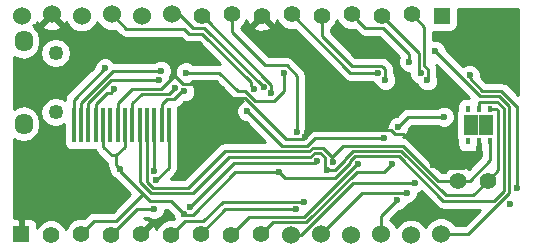
<source format=gbr>
G04 #@! TF.FileFunction,Copper,L2,Bot,Signal*
%FSLAX46Y46*%
G04 Gerber Fmt 4.6, Leading zero omitted, Abs format (unit mm)*
G04 Created by KiCad (PCBNEW 4.0.4+dfsg1-stable) date Sat Jan 21 21:23:35 2017*
%MOMM*%
%LPD*%
G01*
G04 APERTURE LIST*
%ADD10C,0.100000*%
%ADD11C,1.397000*%
%ADD12O,1.250000X1.250000*%
%ADD13O,1.550000X1.800000*%
%ADD14R,0.320000X3.000000*%
%ADD15R,1.397000X1.397000*%
%ADD16C,1.524000*%
%ADD17R,0.450000X0.630000*%
%ADD18R,1.300000X0.850000*%
%ADD19C,0.600000*%
%ADD20C,0.250000*%
%ADD21C,0.254000*%
G04 APERTURE END LIST*
D10*
D11*
X90770000Y-65200000D03*
X88230000Y-65200000D03*
D12*
X54162540Y-54399100D03*
X54162540Y-59399100D03*
D13*
X51462540Y-53399100D03*
X51462540Y-60399100D03*
D14*
X55700000Y-60500000D03*
X56320000Y-60500000D03*
X56940000Y-60500000D03*
X57560000Y-60500000D03*
X58180000Y-60500000D03*
X58800000Y-60500000D03*
X59420000Y-60500000D03*
X60040000Y-60500000D03*
X60660000Y-60500000D03*
X61280000Y-60500000D03*
X61900000Y-60500000D03*
X62520000Y-60500000D03*
X63140000Y-60500000D03*
X63760000Y-60500000D03*
D11*
X81780000Y-51260960D03*
X79240000Y-51139040D03*
X76700000Y-51260960D03*
X74160000Y-51139040D03*
X71620000Y-51260960D03*
X84320000Y-51139040D03*
X69080000Y-51139040D03*
D15*
X86860000Y-51260960D03*
D11*
X66540000Y-51260960D03*
D16*
X64000000Y-51139040D03*
X61460000Y-51260960D03*
X58920000Y-51139040D03*
X56380000Y-51260960D03*
X53840000Y-51139040D03*
X51300000Y-51260960D03*
D11*
X56320000Y-69689040D03*
X58860000Y-69810960D03*
X61400000Y-69689040D03*
X63940000Y-69810960D03*
X66480000Y-69689040D03*
X53780000Y-69810960D03*
X69020000Y-69810960D03*
D15*
X51240000Y-69689040D03*
D11*
X71560000Y-69689040D03*
D16*
X74100000Y-69810960D03*
X76640000Y-69689040D03*
X79180000Y-69810960D03*
X81720000Y-69689040D03*
X84260000Y-69810960D03*
X86800000Y-69689040D03*
D17*
X90950000Y-61840000D03*
X90000000Y-61840000D03*
X89050000Y-61840000D03*
X89050000Y-59160000D03*
X90000000Y-59160000D03*
X90950000Y-59160000D03*
D18*
X89350000Y-60075000D03*
X90650000Y-60075000D03*
X89350000Y-60925000D03*
X90650000Y-60925000D03*
D19*
X65562200Y-67409300D03*
X76338500Y-63524900D03*
X86150000Y-63846200D03*
X88200000Y-57750000D03*
X77950000Y-58300000D03*
X82000000Y-58450000D03*
X92750000Y-54050000D03*
X92650000Y-67200000D03*
X83100000Y-68300000D03*
X62527500Y-53782000D03*
X68300000Y-57428100D03*
X75310000Y-61510700D03*
X89535400Y-63292000D03*
X89217542Y-56282458D03*
X62516900Y-67595100D03*
X93255700Y-65799200D03*
X86250000Y-54198800D03*
X59583700Y-64185800D03*
X65013900Y-68014000D03*
X73119100Y-64509800D03*
X65065300Y-57648100D03*
X62701000Y-65191900D03*
X58370200Y-55694100D03*
X63100700Y-55898000D03*
X62946800Y-56698400D03*
X59120000Y-57456300D03*
X64256400Y-57354500D03*
X82006300Y-61591300D03*
X70409000Y-59329000D03*
X77171100Y-64335800D03*
X77635600Y-63624600D03*
X62525400Y-64379100D03*
X83182700Y-60645200D03*
X87061100Y-59793700D03*
X85065100Y-56134400D03*
X84123300Y-55156800D03*
X82074600Y-56696800D03*
X81448300Y-56098400D03*
X85646100Y-56716700D03*
X74602100Y-61086600D03*
X72437000Y-57799900D03*
X71791900Y-57313000D03*
X70991500Y-57478300D03*
X74519600Y-67627800D03*
X79807700Y-63778600D03*
X75221300Y-66972600D03*
X82620100Y-63770100D03*
X84577900Y-65364200D03*
X83916500Y-66221800D03*
X83095700Y-66864100D03*
X73474100Y-56067000D03*
X65195300Y-56051700D03*
D20*
X76184500Y-63678900D02*
X76338500Y-63524900D01*
X69292600Y-63678900D02*
X76184500Y-63678900D01*
X65562200Y-67409300D02*
X69292600Y-63678900D01*
X89535400Y-63292000D02*
X90000000Y-62827400D01*
X90000000Y-62827400D02*
X90000000Y-61840000D01*
X83574300Y-61270500D02*
X86150000Y-63846200D01*
X86150000Y-63846200D02*
X86449000Y-64145200D01*
X87500000Y-58450000D02*
X88200000Y-57750000D01*
X77950000Y-58300000D02*
X81850000Y-58300000D01*
X75310000Y-60940000D02*
X77950000Y-58300000D01*
X75310000Y-61510700D02*
X75310000Y-60940000D01*
X81850000Y-58300000D02*
X82000000Y-58450000D01*
X82000000Y-58450000D02*
X87500000Y-58450000D01*
X92750000Y-54050000D02*
X92800000Y-54050000D01*
X56483000Y-53782000D02*
X53840000Y-51139000D01*
X62527500Y-53782000D02*
X56483000Y-53782000D01*
X59420000Y-60500000D02*
X59420000Y-58674700D01*
X63119600Y-57426100D02*
X64093900Y-56451800D01*
X60668600Y-57426100D02*
X63119600Y-57426100D01*
X59420000Y-58674700D02*
X60668600Y-57426100D01*
X64093900Y-55348400D02*
X62527500Y-53782000D01*
X64093900Y-56451800D02*
X64093900Y-55348400D01*
X64389100Y-56451800D02*
X64093900Y-56451800D01*
X64946500Y-57009200D02*
X64389100Y-56451800D01*
X67881100Y-57009200D02*
X64946500Y-57009200D01*
X68300000Y-57428100D02*
X67881100Y-57009200D01*
X75103300Y-61717400D02*
X75310000Y-61510700D01*
X73709200Y-61717400D02*
X75103300Y-61717400D01*
X70202700Y-58210900D02*
X73709200Y-61717400D01*
X69082800Y-58210900D02*
X70202700Y-58210900D01*
X68300000Y-57428100D02*
X69082800Y-58210900D01*
X88682200Y-64145200D02*
X86449000Y-64145200D01*
X89535400Y-63292000D02*
X88682200Y-64145200D01*
X75905200Y-55546200D02*
X71620000Y-51261000D01*
X75905200Y-60915500D02*
X75905200Y-55546200D01*
X75905200Y-60915500D02*
X75310000Y-61510700D01*
X82923700Y-61270500D02*
X83574300Y-61270500D01*
X82568700Y-60915500D02*
X82923700Y-61270500D01*
X75905200Y-60915500D02*
X82568700Y-60915500D01*
X89217542Y-56529932D02*
X89217542Y-56282458D01*
X90287610Y-57600000D02*
X89217542Y-56529932D01*
X93255700Y-58877100D02*
X93190210Y-58877100D01*
X93190210Y-58877100D02*
X91913110Y-57600000D01*
X91913110Y-57600000D02*
X90287610Y-57600000D01*
X61075900Y-67595100D02*
X62516900Y-67595100D01*
X58860000Y-69811000D02*
X61075900Y-67595100D01*
X93255700Y-58877100D02*
X93255700Y-65799200D01*
X92560000Y-58883300D02*
X92560000Y-63600000D01*
X89110960Y-69689040D02*
X92560000Y-66240000D01*
X92560000Y-66240000D02*
X92560000Y-63600000D01*
X86800000Y-69689040D02*
X89110960Y-69689040D01*
X86250000Y-54198800D02*
X90120890Y-58069690D01*
X90120890Y-58069690D02*
X91746390Y-58069690D01*
X91746390Y-58069690D02*
X92560000Y-58883300D01*
X73119100Y-64509800D02*
X73603400Y-64994100D01*
X73603400Y-64994100D02*
X77818100Y-64994100D01*
X77818100Y-64994100D02*
X79133500Y-63678700D01*
X79133500Y-63678700D02*
X79133500Y-63545000D01*
X83251000Y-63144400D02*
X87006600Y-66900000D01*
X79133500Y-63545000D02*
X79534100Y-63144400D01*
X92109990Y-62876190D02*
X92109700Y-62875900D01*
X79534100Y-63144400D02*
X83251000Y-63144400D01*
X91559400Y-58519700D02*
X90000000Y-58519700D01*
X87006600Y-66900000D02*
X91263590Y-66900000D01*
X91263590Y-66900000D02*
X92109990Y-66053600D01*
X92109990Y-66053600D02*
X92109990Y-62876190D01*
X92109700Y-62875900D02*
X92109700Y-59070000D01*
X92109700Y-59070000D02*
X91559400Y-58519700D01*
X90000000Y-58519700D02*
X90000000Y-59160000D01*
X62164400Y-66957200D02*
X61557200Y-66350000D01*
X61557200Y-66350000D02*
X60608100Y-65400900D01*
X57409040Y-68600000D02*
X59307200Y-68600000D01*
X59307200Y-68600000D02*
X61557200Y-66350000D01*
X56320000Y-69689040D02*
X57409040Y-68600000D01*
X60040000Y-60500000D02*
X60040000Y-62325300D01*
X58180000Y-60500000D02*
X58180000Y-62325300D01*
X59290000Y-63892100D02*
X59290000Y-63075300D01*
X59583700Y-64185800D02*
X59290000Y-63892100D01*
X60040000Y-62325300D02*
X59290000Y-63075300D01*
X58930000Y-63075300D02*
X58180000Y-62325300D01*
X59290000Y-63075300D02*
X58930000Y-63075300D01*
X63957100Y-66957200D02*
X62164400Y-66957200D01*
X65013900Y-68014000D02*
X63957100Y-66957200D01*
X59583700Y-64376500D02*
X59583700Y-64185800D01*
X60608100Y-65400900D02*
X59583700Y-64376500D01*
X69369200Y-64509800D02*
X73119100Y-64509800D01*
X65780000Y-68099000D02*
X69369200Y-64509800D01*
X65098900Y-68099000D02*
X65780000Y-68099000D01*
X65013900Y-68014000D02*
X65098900Y-68099000D01*
X63140000Y-60500000D02*
X63140000Y-58750000D01*
X63140000Y-58750000D02*
X63563490Y-58326510D01*
X63563490Y-58326510D02*
X64209394Y-58326508D01*
X64209394Y-58326508D02*
X64887802Y-57648100D01*
X64887802Y-57648100D02*
X65065300Y-57648100D01*
X63760000Y-64132900D02*
X62701000Y-65191900D01*
X63760000Y-60500000D02*
X63760000Y-64132900D01*
X55700000Y-58364300D02*
X58370200Y-55694100D01*
X55700000Y-60500000D02*
X55700000Y-58364300D01*
X56320000Y-60500000D02*
X56320000Y-58674700D01*
X59050700Y-55898000D02*
X63100700Y-55898000D01*
X56320000Y-58628700D02*
X59050700Y-55898000D01*
X56320000Y-58674700D02*
X56320000Y-58628700D01*
X58887200Y-56698400D02*
X62946800Y-56698400D01*
X56940000Y-58645600D02*
X58887200Y-56698400D01*
X56940000Y-60500000D02*
X56940000Y-58645600D01*
X57560000Y-60500000D02*
X57560000Y-58750000D01*
X57560000Y-58750000D02*
X58553701Y-57756299D01*
X58553701Y-57756299D02*
X58820001Y-57756299D01*
X58820001Y-57756299D02*
X59120000Y-57456300D01*
X60660000Y-60500000D02*
X60660000Y-58674700D01*
X63734400Y-57876500D02*
X64256400Y-57354500D01*
X61458200Y-57876500D02*
X63734400Y-57876500D01*
X60660000Y-58674700D02*
X61458200Y-57876500D01*
X76113800Y-61591300D02*
X82006300Y-61591300D01*
X75473100Y-62232000D02*
X76113800Y-61591300D01*
X73312000Y-62232000D02*
X75473100Y-62232000D01*
X70409000Y-59329000D02*
X73312000Y-62232000D01*
X90770000Y-65200000D02*
X89520010Y-66449990D01*
X89520010Y-66449990D02*
X87193000Y-66449990D01*
X87193000Y-66449990D02*
X83437600Y-62694590D01*
X78683200Y-63492100D02*
X77839500Y-64335800D01*
X83437600Y-62694590D02*
X83437600Y-62694100D01*
X83437600Y-62694100D02*
X79347500Y-62694100D01*
X79347500Y-62694100D02*
X78683200Y-63358400D01*
X78683200Y-63358400D02*
X78683200Y-63492100D01*
X77839500Y-64335800D02*
X77171100Y-64335800D01*
X90770000Y-65200000D02*
X91659300Y-64310700D01*
X91659300Y-64310700D02*
X91659300Y-59319000D01*
X91659300Y-59319000D02*
X91500300Y-59160000D01*
X91500300Y-59160000D02*
X90950000Y-59160000D01*
X61280000Y-60500000D02*
X61280000Y-65298500D01*
X76963800Y-63237200D02*
X76963800Y-64128500D01*
X61280000Y-65298500D02*
X62259400Y-66277900D01*
X75750300Y-63228600D02*
X76110300Y-62868600D01*
X62259400Y-66277900D02*
X65800700Y-66277900D01*
X65800700Y-66277900D02*
X68850000Y-63228600D01*
X68850000Y-63228600D02*
X75750300Y-63228600D01*
X76110300Y-62868600D02*
X76595200Y-62868600D01*
X76595200Y-62868600D02*
X76963800Y-63237200D01*
X76963800Y-64128500D02*
X77171100Y-64335800D01*
X90950000Y-61840000D02*
X90950000Y-62200000D01*
X88230000Y-65200000D02*
X89217828Y-65200000D01*
X89217828Y-65200000D02*
X90950000Y-63467828D01*
X90950000Y-63467828D02*
X90950000Y-62200000D01*
X83624200Y-62243800D02*
X85480400Y-64100000D01*
X86580400Y-65200000D02*
X88230000Y-65200000D01*
X85480400Y-64100000D02*
X86580400Y-65200000D01*
X61900000Y-60500000D02*
X61900000Y-65281600D01*
X61900000Y-65281600D02*
X62446000Y-65827600D01*
X62446000Y-65827600D02*
X65354700Y-65827600D01*
X65354700Y-65827600D02*
X68500000Y-62682300D01*
X68500000Y-62682300D02*
X75659700Y-62682300D01*
X75659700Y-62682300D02*
X75923700Y-62418300D01*
X75923700Y-62418300D02*
X76800300Y-62418300D01*
X76800300Y-62418300D02*
X77580700Y-63198700D01*
X77580700Y-63569700D02*
X77635600Y-63624600D01*
X77580700Y-63198700D02*
X77580700Y-63569700D01*
X78535600Y-62243800D02*
X83624200Y-62243800D01*
X77580700Y-63198700D02*
X78535600Y-62243800D01*
X62520000Y-60500000D02*
X62520000Y-62325300D01*
X62525400Y-62330700D02*
X62525400Y-64379100D01*
X62520000Y-62325300D02*
X62525400Y-62330700D01*
X84034200Y-59793700D02*
X87061100Y-59793700D01*
X83182700Y-60645200D02*
X84034200Y-59793700D01*
X84920500Y-55989800D02*
X85065100Y-56134400D01*
X84920500Y-54401500D02*
X84920500Y-55989800D01*
X81780000Y-51261000D02*
X84920500Y-54401500D01*
X79240000Y-51139000D02*
X79851000Y-51750000D01*
X84123300Y-54523300D02*
X81884461Y-52284461D01*
X81884461Y-52284461D02*
X80385461Y-52284461D01*
X80385461Y-52284461D02*
X79851000Y-51750000D01*
X84123300Y-55156800D02*
X84123300Y-54523300D01*
X81883700Y-55600000D02*
X82074600Y-55790900D01*
X76700000Y-51260960D02*
X76700000Y-52950000D01*
X76700000Y-52950000D02*
X79223399Y-55473399D01*
X79223399Y-55473399D02*
X81757099Y-55473399D01*
X81757099Y-55473399D02*
X81883700Y-55600000D01*
X82074600Y-55790900D02*
X82074600Y-56696800D01*
X79119400Y-56098400D02*
X81448300Y-56098400D01*
X74160000Y-51139000D02*
X79119400Y-56098400D01*
X85738600Y-56624200D02*
X85646100Y-56716700D01*
X85738600Y-55800400D02*
X85738600Y-56624200D01*
X85370800Y-55432600D02*
X85738600Y-55800400D01*
X85370800Y-52189800D02*
X85370800Y-55432600D01*
X84320000Y-51139000D02*
X85370800Y-52189800D01*
X74602100Y-61086600D02*
X74602100Y-56305200D01*
X74602100Y-56305200D02*
X73738899Y-55441999D01*
X73738899Y-55441999D02*
X71891999Y-55441999D01*
X71891999Y-55441999D02*
X69080000Y-52630000D01*
X69080000Y-52630000D02*
X69080000Y-51139040D01*
X69080000Y-51139000D02*
X69435900Y-51139000D01*
X66624300Y-51261000D02*
X66540000Y-51261000D01*
X72437000Y-57073700D02*
X66624300Y-51261000D01*
X72437000Y-57799900D02*
X72437000Y-57073700D01*
X71791900Y-57313000D02*
X66763361Y-52284461D01*
X66763361Y-52284461D02*
X65773461Y-52284461D01*
X65773461Y-52284461D02*
X64628000Y-51139000D01*
X64628000Y-51139000D02*
X64000000Y-51139000D01*
X65478300Y-52750000D02*
X65076700Y-52348400D01*
X70691501Y-56849011D02*
X66592490Y-52750000D01*
X66592490Y-52750000D02*
X65478300Y-52750000D01*
X70991500Y-57478300D02*
X70691501Y-57178301D01*
X70691501Y-57178301D02*
X70691501Y-56849011D01*
X60129400Y-52348400D02*
X58920000Y-51139000D01*
X65076700Y-52348400D02*
X60129400Y-52348400D01*
X68541200Y-67627800D02*
X66480000Y-69689000D01*
X74519600Y-67627800D02*
X68541200Y-67627800D01*
X79807700Y-63778700D02*
X79807700Y-63778600D01*
X79670400Y-63778700D02*
X79807700Y-63778700D01*
X75189700Y-68259400D02*
X79670400Y-63778700D01*
X70571600Y-68259400D02*
X75189700Y-68259400D01*
X69020000Y-69811000D02*
X70571600Y-68259400D01*
X65111600Y-68639400D02*
X63940000Y-69811000D01*
X66675900Y-68639400D02*
X65111600Y-68639400D01*
X68342700Y-66972600D02*
X66675900Y-68639400D01*
X75221300Y-66972600D02*
X68342700Y-66972600D01*
X81937100Y-64453100D02*
X82620100Y-63770100D01*
X79653300Y-64453100D02*
X81937100Y-64453100D01*
X75396600Y-68709800D02*
X79653300Y-64453100D01*
X72539200Y-68709800D02*
X75396600Y-68709800D01*
X71560000Y-69689000D02*
X72539200Y-68709800D01*
X79379100Y-65364200D02*
X84577900Y-65364200D01*
X74932300Y-69811000D02*
X79379100Y-65364200D01*
X74100000Y-69811000D02*
X74932300Y-69811000D01*
X80107200Y-66221800D02*
X76640000Y-69689000D01*
X83916500Y-66221800D02*
X80107200Y-66221800D01*
X81720000Y-68239800D02*
X83095700Y-66864100D01*
X81720000Y-69689000D02*
X81720000Y-68239800D01*
X68043500Y-56051700D02*
X65195300Y-56051700D01*
X69593100Y-57601300D02*
X68043500Y-56051700D01*
X70230000Y-57601300D02*
X69593100Y-57601300D01*
X71053900Y-58425200D02*
X70230000Y-57601300D01*
X72696100Y-58425200D02*
X71053900Y-58425200D01*
X73474100Y-57647200D02*
X72696100Y-58425200D01*
X73474100Y-56067000D02*
X73474100Y-57647200D01*
D21*
G36*
X64078778Y-68153680D02*
X64078738Y-68199167D01*
X64193817Y-68477681D01*
X63675914Y-68477229D01*
X63185620Y-68679814D01*
X62810173Y-69054607D01*
X62701968Y-69315193D01*
X62569800Y-68996111D01*
X62334188Y-68934457D01*
X61579605Y-69689040D01*
X61593748Y-69703183D01*
X61414143Y-69882788D01*
X61400000Y-69868645D01*
X61385858Y-69882788D01*
X61206253Y-69703183D01*
X61220395Y-69689040D01*
X61206253Y-69674898D01*
X61385858Y-69495293D01*
X61400000Y-69509435D01*
X62154583Y-68754852D01*
X62092929Y-68519240D01*
X61626577Y-68355100D01*
X61954437Y-68355100D01*
X61986573Y-68387292D01*
X62330101Y-68529938D01*
X62702067Y-68530262D01*
X63045843Y-68388217D01*
X63309092Y-68125427D01*
X63451738Y-67781899D01*
X63451794Y-67717200D01*
X63642298Y-67717200D01*
X64078778Y-68153680D01*
X64078778Y-68153680D01*
G37*
X64078778Y-68153680D02*
X64078738Y-68199167D01*
X64193817Y-68477681D01*
X63675914Y-68477229D01*
X63185620Y-68679814D01*
X62810173Y-69054607D01*
X62701968Y-69315193D01*
X62569800Y-68996111D01*
X62334188Y-68934457D01*
X61579605Y-69689040D01*
X61593748Y-69703183D01*
X61414143Y-69882788D01*
X61400000Y-69868645D01*
X61385858Y-69882788D01*
X61206253Y-69703183D01*
X61220395Y-69689040D01*
X61206253Y-69674898D01*
X61385858Y-69495293D01*
X61400000Y-69509435D01*
X62154583Y-68754852D01*
X62092929Y-68519240D01*
X61626577Y-68355100D01*
X61954437Y-68355100D01*
X61986573Y-68387292D01*
X62330101Y-68529938D01*
X62702067Y-68530262D01*
X63045843Y-68388217D01*
X63309092Y-68125427D01*
X63451738Y-67781899D01*
X63451794Y-67717200D01*
X63642298Y-67717200D01*
X64078778Y-68153680D01*
G36*
X54033748Y-51124898D02*
X54019605Y-51139040D01*
X54820213Y-51939648D01*
X55062397Y-51870183D01*
X55089166Y-51795150D01*
X55194990Y-52051263D01*
X55587630Y-52444589D01*
X56100900Y-52657717D01*
X56656661Y-52658202D01*
X57170303Y-52445970D01*
X57563629Y-52053330D01*
X57675199Y-51784638D01*
X57734990Y-51929343D01*
X58127630Y-52322669D01*
X58640900Y-52535797D01*
X59196661Y-52536282D01*
X59229083Y-52522885D01*
X59591999Y-52885801D01*
X59838561Y-53050548D01*
X60129400Y-53108400D01*
X64761898Y-53108400D01*
X64940899Y-53287401D01*
X65187460Y-53452148D01*
X65478300Y-53510000D01*
X66277688Y-53510000D01*
X68063333Y-55295645D01*
X68043500Y-55291700D01*
X65757763Y-55291700D01*
X65725627Y-55259508D01*
X65382099Y-55116862D01*
X65010133Y-55116538D01*
X64666357Y-55258583D01*
X64403108Y-55521373D01*
X64260462Y-55864901D01*
X64260138Y-56236867D01*
X64335628Y-56419568D01*
X64071233Y-56419338D01*
X63876424Y-56499831D01*
X63860316Y-56460846D01*
X63892892Y-56428327D01*
X64035538Y-56084799D01*
X64035862Y-55712833D01*
X63893817Y-55369057D01*
X63631027Y-55105808D01*
X63287499Y-54963162D01*
X62915533Y-54962838D01*
X62571757Y-55104883D01*
X62538582Y-55138000D01*
X59136207Y-55138000D01*
X58900527Y-54901908D01*
X58556999Y-54759262D01*
X58185033Y-54758938D01*
X57841257Y-54900983D01*
X57578008Y-55163773D01*
X57435362Y-55507301D01*
X57435321Y-55554177D01*
X55162599Y-57826899D01*
X54997852Y-58073461D01*
X54940000Y-58364300D01*
X54940000Y-58415816D01*
X54669406Y-58235012D01*
X54187225Y-58139100D01*
X54137855Y-58139100D01*
X53655674Y-58235012D01*
X53246900Y-58508145D01*
X52973767Y-58916919D01*
X52877855Y-59399100D01*
X52973767Y-59881281D01*
X53246900Y-60290055D01*
X53655674Y-60563188D01*
X54137855Y-60659100D01*
X54187225Y-60659100D01*
X54669406Y-60563188D01*
X54892560Y-60414082D01*
X54892560Y-62000000D01*
X54936838Y-62235317D01*
X55075910Y-62451441D01*
X55288110Y-62596431D01*
X55540000Y-62647440D01*
X55860000Y-62647440D01*
X56015507Y-62618179D01*
X56160000Y-62647440D01*
X56480000Y-62647440D01*
X56635507Y-62618179D01*
X56780000Y-62647440D01*
X57100000Y-62647440D01*
X57255507Y-62618179D01*
X57400000Y-62647440D01*
X57498767Y-62647440D01*
X57642599Y-62862701D01*
X58392599Y-63612701D01*
X58530000Y-63704510D01*
X58530000Y-63892100D01*
X58587852Y-64182939D01*
X58648623Y-64273889D01*
X58648538Y-64370967D01*
X58790583Y-64714743D01*
X59053373Y-64977992D01*
X59150878Y-65018480D01*
X60482398Y-66350000D01*
X58992398Y-67840000D01*
X57409040Y-67840000D01*
X57118201Y-67897852D01*
X56871639Y-68062599D01*
X56578473Y-68355765D01*
X56055914Y-68355309D01*
X55565620Y-68557894D01*
X55190173Y-68932687D01*
X55024656Y-69331296D01*
X54911146Y-69056580D01*
X54536353Y-68681133D01*
X54046413Y-68477692D01*
X53515914Y-68477229D01*
X53025620Y-68679814D01*
X52650173Y-69054607D01*
X52573500Y-69239256D01*
X52573500Y-68864230D01*
X52476827Y-68630841D01*
X52298198Y-68452213D01*
X52064809Y-68355540D01*
X51525750Y-68355540D01*
X51367000Y-68514290D01*
X51367000Y-69562040D01*
X51387000Y-69562040D01*
X51387000Y-69816040D01*
X51367000Y-69816040D01*
X51367000Y-69836040D01*
X51113000Y-69836040D01*
X51113000Y-69816040D01*
X51093000Y-69816040D01*
X51093000Y-69562040D01*
X51113000Y-69562040D01*
X51113000Y-68514290D01*
X50954250Y-68355540D01*
X50685000Y-68355540D01*
X50685000Y-61697845D01*
X50922956Y-61856842D01*
X51462540Y-61964172D01*
X52002124Y-61856842D01*
X52459561Y-61551193D01*
X52765210Y-61093756D01*
X52872540Y-60554172D01*
X52872540Y-60244028D01*
X52765210Y-59704444D01*
X52459561Y-59247007D01*
X52002124Y-58941358D01*
X51462540Y-58834028D01*
X50922956Y-58941358D01*
X50685000Y-59100355D01*
X50685000Y-54697845D01*
X50922956Y-54856842D01*
X51462540Y-54964172D01*
X52002124Y-54856842D01*
X52459561Y-54551193D01*
X52561186Y-54399100D01*
X52877855Y-54399100D01*
X52973767Y-54881281D01*
X53246900Y-55290055D01*
X53655674Y-55563188D01*
X54137855Y-55659100D01*
X54187225Y-55659100D01*
X54669406Y-55563188D01*
X55078180Y-55290055D01*
X55351313Y-54881281D01*
X55447225Y-54399100D01*
X55351313Y-53916919D01*
X55078180Y-53508145D01*
X54669406Y-53235012D01*
X54187225Y-53139100D01*
X54137855Y-53139100D01*
X53655674Y-53235012D01*
X53246900Y-53508145D01*
X52973767Y-53916919D01*
X52877855Y-54399100D01*
X52561186Y-54399100D01*
X52765210Y-54093756D01*
X52872540Y-53554172D01*
X52872540Y-53244028D01*
X52765210Y-52704444D01*
X52459561Y-52247007D01*
X52378776Y-52193028D01*
X52395226Y-52176578D01*
X52337901Y-52119253D01*
X53039392Y-52119253D01*
X53108857Y-52361437D01*
X53632302Y-52548184D01*
X54187368Y-52520402D01*
X54571143Y-52361437D01*
X54640608Y-52119253D01*
X53840000Y-51318645D01*
X53039392Y-52119253D01*
X52337901Y-52119253D01*
X52280215Y-52061567D01*
X52522397Y-51992103D01*
X52589822Y-51803114D01*
X52617603Y-51870183D01*
X52859787Y-51939648D01*
X53660395Y-51139040D01*
X53646253Y-51124898D01*
X53825858Y-50945293D01*
X53840000Y-50959435D01*
X53854143Y-50945293D01*
X54033748Y-51124898D01*
X54033748Y-51124898D01*
G37*
X54033748Y-51124898D02*
X54019605Y-51139040D01*
X54820213Y-51939648D01*
X55062397Y-51870183D01*
X55089166Y-51795150D01*
X55194990Y-52051263D01*
X55587630Y-52444589D01*
X56100900Y-52657717D01*
X56656661Y-52658202D01*
X57170303Y-52445970D01*
X57563629Y-52053330D01*
X57675199Y-51784638D01*
X57734990Y-51929343D01*
X58127630Y-52322669D01*
X58640900Y-52535797D01*
X59196661Y-52536282D01*
X59229083Y-52522885D01*
X59591999Y-52885801D01*
X59838561Y-53050548D01*
X60129400Y-53108400D01*
X64761898Y-53108400D01*
X64940899Y-53287401D01*
X65187460Y-53452148D01*
X65478300Y-53510000D01*
X66277688Y-53510000D01*
X68063333Y-55295645D01*
X68043500Y-55291700D01*
X65757763Y-55291700D01*
X65725627Y-55259508D01*
X65382099Y-55116862D01*
X65010133Y-55116538D01*
X64666357Y-55258583D01*
X64403108Y-55521373D01*
X64260462Y-55864901D01*
X64260138Y-56236867D01*
X64335628Y-56419568D01*
X64071233Y-56419338D01*
X63876424Y-56499831D01*
X63860316Y-56460846D01*
X63892892Y-56428327D01*
X64035538Y-56084799D01*
X64035862Y-55712833D01*
X63893817Y-55369057D01*
X63631027Y-55105808D01*
X63287499Y-54963162D01*
X62915533Y-54962838D01*
X62571757Y-55104883D01*
X62538582Y-55138000D01*
X59136207Y-55138000D01*
X58900527Y-54901908D01*
X58556999Y-54759262D01*
X58185033Y-54758938D01*
X57841257Y-54900983D01*
X57578008Y-55163773D01*
X57435362Y-55507301D01*
X57435321Y-55554177D01*
X55162599Y-57826899D01*
X54997852Y-58073461D01*
X54940000Y-58364300D01*
X54940000Y-58415816D01*
X54669406Y-58235012D01*
X54187225Y-58139100D01*
X54137855Y-58139100D01*
X53655674Y-58235012D01*
X53246900Y-58508145D01*
X52973767Y-58916919D01*
X52877855Y-59399100D01*
X52973767Y-59881281D01*
X53246900Y-60290055D01*
X53655674Y-60563188D01*
X54137855Y-60659100D01*
X54187225Y-60659100D01*
X54669406Y-60563188D01*
X54892560Y-60414082D01*
X54892560Y-62000000D01*
X54936838Y-62235317D01*
X55075910Y-62451441D01*
X55288110Y-62596431D01*
X55540000Y-62647440D01*
X55860000Y-62647440D01*
X56015507Y-62618179D01*
X56160000Y-62647440D01*
X56480000Y-62647440D01*
X56635507Y-62618179D01*
X56780000Y-62647440D01*
X57100000Y-62647440D01*
X57255507Y-62618179D01*
X57400000Y-62647440D01*
X57498767Y-62647440D01*
X57642599Y-62862701D01*
X58392599Y-63612701D01*
X58530000Y-63704510D01*
X58530000Y-63892100D01*
X58587852Y-64182939D01*
X58648623Y-64273889D01*
X58648538Y-64370967D01*
X58790583Y-64714743D01*
X59053373Y-64977992D01*
X59150878Y-65018480D01*
X60482398Y-66350000D01*
X58992398Y-67840000D01*
X57409040Y-67840000D01*
X57118201Y-67897852D01*
X56871639Y-68062599D01*
X56578473Y-68355765D01*
X56055914Y-68355309D01*
X55565620Y-68557894D01*
X55190173Y-68932687D01*
X55024656Y-69331296D01*
X54911146Y-69056580D01*
X54536353Y-68681133D01*
X54046413Y-68477692D01*
X53515914Y-68477229D01*
X53025620Y-68679814D01*
X52650173Y-69054607D01*
X52573500Y-69239256D01*
X52573500Y-68864230D01*
X52476827Y-68630841D01*
X52298198Y-68452213D01*
X52064809Y-68355540D01*
X51525750Y-68355540D01*
X51367000Y-68514290D01*
X51367000Y-69562040D01*
X51387000Y-69562040D01*
X51387000Y-69816040D01*
X51367000Y-69816040D01*
X51367000Y-69836040D01*
X51113000Y-69836040D01*
X51113000Y-69816040D01*
X51093000Y-69816040D01*
X51093000Y-69562040D01*
X51113000Y-69562040D01*
X51113000Y-68514290D01*
X50954250Y-68355540D01*
X50685000Y-68355540D01*
X50685000Y-61697845D01*
X50922956Y-61856842D01*
X51462540Y-61964172D01*
X52002124Y-61856842D01*
X52459561Y-61551193D01*
X52765210Y-61093756D01*
X52872540Y-60554172D01*
X52872540Y-60244028D01*
X52765210Y-59704444D01*
X52459561Y-59247007D01*
X52002124Y-58941358D01*
X51462540Y-58834028D01*
X50922956Y-58941358D01*
X50685000Y-59100355D01*
X50685000Y-54697845D01*
X50922956Y-54856842D01*
X51462540Y-54964172D01*
X52002124Y-54856842D01*
X52459561Y-54551193D01*
X52561186Y-54399100D01*
X52877855Y-54399100D01*
X52973767Y-54881281D01*
X53246900Y-55290055D01*
X53655674Y-55563188D01*
X54137855Y-55659100D01*
X54187225Y-55659100D01*
X54669406Y-55563188D01*
X55078180Y-55290055D01*
X55351313Y-54881281D01*
X55447225Y-54399100D01*
X55351313Y-53916919D01*
X55078180Y-53508145D01*
X54669406Y-53235012D01*
X54187225Y-53139100D01*
X54137855Y-53139100D01*
X53655674Y-53235012D01*
X53246900Y-53508145D01*
X52973767Y-53916919D01*
X52877855Y-54399100D01*
X52561186Y-54399100D01*
X52765210Y-54093756D01*
X52872540Y-53554172D01*
X52872540Y-53244028D01*
X52765210Y-52704444D01*
X52459561Y-52247007D01*
X52378776Y-52193028D01*
X52395226Y-52176578D01*
X52337901Y-52119253D01*
X53039392Y-52119253D01*
X53108857Y-52361437D01*
X53632302Y-52548184D01*
X54187368Y-52520402D01*
X54571143Y-52361437D01*
X54640608Y-52119253D01*
X53840000Y-51318645D01*
X53039392Y-52119253D01*
X52337901Y-52119253D01*
X52280215Y-52061567D01*
X52522397Y-51992103D01*
X52589822Y-51803114D01*
X52617603Y-51870183D01*
X52859787Y-51939648D01*
X53660395Y-51139040D01*
X53646253Y-51124898D01*
X53825858Y-50945293D01*
X53840000Y-50959435D01*
X53854143Y-50945293D01*
X54033748Y-51124898D01*
G36*
X86469199Y-67437401D02*
X86715760Y-67602148D01*
X86764014Y-67611746D01*
X87006600Y-67660000D01*
X90065198Y-67660000D01*
X88796158Y-68929040D01*
X87997531Y-68929040D01*
X87985010Y-68898737D01*
X87592370Y-68505411D01*
X87079100Y-68292283D01*
X86523339Y-68291798D01*
X86009697Y-68504030D01*
X85616371Y-68896670D01*
X85504801Y-69165362D01*
X85445010Y-69020657D01*
X85052370Y-68627331D01*
X84539100Y-68414203D01*
X83983339Y-68413718D01*
X83469697Y-68625950D01*
X83076371Y-69018590D01*
X83015301Y-69165663D01*
X82905010Y-68898737D01*
X82520773Y-68513829D01*
X83235380Y-67799222D01*
X83280867Y-67799262D01*
X83624643Y-67657217D01*
X83887892Y-67394427D01*
X83986538Y-67156862D01*
X84101667Y-67156962D01*
X84445443Y-67014917D01*
X84708692Y-66752127D01*
X84851338Y-66408599D01*
X84851465Y-66262837D01*
X85106843Y-66157317D01*
X85148015Y-66116217D01*
X86469199Y-67437401D01*
X86469199Y-67437401D01*
G37*
X86469199Y-67437401D02*
X86715760Y-67602148D01*
X86764014Y-67611746D01*
X87006600Y-67660000D01*
X90065198Y-67660000D01*
X88796158Y-68929040D01*
X87997531Y-68929040D01*
X87985010Y-68898737D01*
X87592370Y-68505411D01*
X87079100Y-68292283D01*
X86523339Y-68291798D01*
X86009697Y-68504030D01*
X85616371Y-68896670D01*
X85504801Y-69165362D01*
X85445010Y-69020657D01*
X85052370Y-68627331D01*
X84539100Y-68414203D01*
X83983339Y-68413718D01*
X83469697Y-68625950D01*
X83076371Y-69018590D01*
X83015301Y-69165663D01*
X82905010Y-68898737D01*
X82520773Y-68513829D01*
X83235380Y-67799222D01*
X83280867Y-67799262D01*
X83624643Y-67657217D01*
X83887892Y-67394427D01*
X83986538Y-67156862D01*
X84101667Y-67156962D01*
X84445443Y-67014917D01*
X84708692Y-66752127D01*
X84851338Y-66408599D01*
X84851465Y-66262837D01*
X85106843Y-66157317D01*
X85148015Y-66116217D01*
X86469199Y-67437401D01*
G36*
X69055699Y-58138701D02*
X69302260Y-58303448D01*
X69593100Y-58361300D01*
X69915198Y-58361300D01*
X70028462Y-58474564D01*
X69880057Y-58535883D01*
X69616808Y-58798673D01*
X69474162Y-59142201D01*
X69473838Y-59514167D01*
X69615883Y-59857943D01*
X69878673Y-60121192D01*
X70222201Y-60263838D01*
X70269077Y-60263879D01*
X71927498Y-61922300D01*
X68500000Y-61922300D01*
X68209161Y-61980152D01*
X67962599Y-62144899D01*
X65039898Y-65067600D01*
X63900102Y-65067600D01*
X64297401Y-64670301D01*
X64462148Y-64423739D01*
X64520000Y-64132900D01*
X64520000Y-62234266D01*
X64567440Y-62000000D01*
X64567440Y-59000000D01*
X64564724Y-58985565D01*
X64583167Y-58973241D01*
X64746795Y-58863909D01*
X65027636Y-58583068D01*
X65250467Y-58583262D01*
X65594243Y-58441217D01*
X65857492Y-58178427D01*
X66000138Y-57834899D01*
X66000462Y-57462933D01*
X65858417Y-57119157D01*
X65625347Y-56885680D01*
X65724243Y-56844817D01*
X65757418Y-56811700D01*
X67728698Y-56811700D01*
X69055699Y-58138701D01*
X69055699Y-58138701D01*
G37*
X69055699Y-58138701D02*
X69302260Y-58303448D01*
X69593100Y-58361300D01*
X69915198Y-58361300D01*
X70028462Y-58474564D01*
X69880057Y-58535883D01*
X69616808Y-58798673D01*
X69474162Y-59142201D01*
X69473838Y-59514167D01*
X69615883Y-59857943D01*
X69878673Y-60121192D01*
X70222201Y-60263838D01*
X70269077Y-60263879D01*
X71927498Y-61922300D01*
X68500000Y-61922300D01*
X68209161Y-61980152D01*
X67962599Y-62144899D01*
X65039898Y-65067600D01*
X63900102Y-65067600D01*
X64297401Y-64670301D01*
X64462148Y-64423739D01*
X64520000Y-64132900D01*
X64520000Y-62234266D01*
X64567440Y-62000000D01*
X64567440Y-59000000D01*
X64564724Y-58985565D01*
X64583167Y-58973241D01*
X64746795Y-58863909D01*
X65027636Y-58583068D01*
X65250467Y-58583262D01*
X65594243Y-58441217D01*
X65857492Y-58178427D01*
X66000138Y-57834899D01*
X66000462Y-57462933D01*
X65858417Y-57119157D01*
X65625347Y-56885680D01*
X65724243Y-56844817D01*
X65757418Y-56811700D01*
X67728698Y-56811700D01*
X69055699Y-58138701D01*
G36*
X71813748Y-51246818D02*
X71799605Y-51260960D01*
X72554188Y-52015543D01*
X72789800Y-51953889D01*
X72911256Y-51608810D01*
X73028854Y-51893420D01*
X73403647Y-52268867D01*
X73893587Y-52472308D01*
X74418965Y-52472767D01*
X78581999Y-56635801D01*
X78828561Y-56800548D01*
X79119400Y-56858400D01*
X80885837Y-56858400D01*
X80917973Y-56890592D01*
X81189607Y-57003385D01*
X81281483Y-57225743D01*
X81544273Y-57488992D01*
X81887801Y-57631638D01*
X82259767Y-57631962D01*
X82603543Y-57489917D01*
X82866792Y-57227127D01*
X83009438Y-56883599D01*
X83009762Y-56511633D01*
X82867717Y-56167857D01*
X82834600Y-56134682D01*
X82834600Y-55790900D01*
X82797713Y-55605457D01*
X82776748Y-55500060D01*
X82612001Y-55253499D01*
X82294500Y-54935998D01*
X82047938Y-54771251D01*
X81757099Y-54713399D01*
X79538201Y-54713399D01*
X77460000Y-52635198D01*
X77460000Y-52386496D01*
X77829827Y-52017313D01*
X77995344Y-51618704D01*
X78108854Y-51893420D01*
X78483647Y-52268867D01*
X78973587Y-52472308D01*
X79498965Y-52472767D01*
X79848060Y-52821862D01*
X80094622Y-52986609D01*
X80385461Y-53044461D01*
X81569659Y-53044461D01*
X83278460Y-54753262D01*
X83188462Y-54970001D01*
X83188138Y-55341967D01*
X83330183Y-55685743D01*
X83592973Y-55948992D01*
X83936501Y-56091638D01*
X84130136Y-56091807D01*
X84129938Y-56319567D01*
X84271983Y-56663343D01*
X84534773Y-56926592D01*
X84759755Y-57020013D01*
X84852983Y-57245643D01*
X85115773Y-57508892D01*
X85459301Y-57651538D01*
X85831267Y-57651862D01*
X86175043Y-57509817D01*
X86438292Y-57247027D01*
X86580938Y-56903499D01*
X86581262Y-56531533D01*
X86498600Y-56331475D01*
X86498600Y-55800400D01*
X86440748Y-55509561D01*
X86349709Y-55373311D01*
X89173958Y-58197560D01*
X88825000Y-58197560D01*
X88589683Y-58241838D01*
X88373559Y-58380910D01*
X88228569Y-58593110D01*
X88177560Y-58845000D01*
X88177560Y-59289821D01*
X88103569Y-59398110D01*
X88052560Y-59650000D01*
X88052560Y-61350000D01*
X88096838Y-61585317D01*
X88177560Y-61710763D01*
X88177560Y-62155000D01*
X88221838Y-62390317D01*
X88360910Y-62606441D01*
X88573110Y-62751431D01*
X88825000Y-62802440D01*
X89275000Y-62802440D01*
X89510317Y-62758162D01*
X89534405Y-62742662D01*
X89648690Y-62790000D01*
X89728750Y-62790000D01*
X89887500Y-62631250D01*
X89887500Y-62327539D01*
X89922440Y-62155000D01*
X89922440Y-61997440D01*
X90077560Y-61997440D01*
X90077560Y-62155000D01*
X90112500Y-62340690D01*
X90112500Y-62631250D01*
X90190000Y-62708750D01*
X90190000Y-63153026D01*
X89129478Y-64213548D01*
X88986353Y-64070173D01*
X88496413Y-63866732D01*
X87965914Y-63866269D01*
X87475620Y-64068854D01*
X87103826Y-64440000D01*
X86895202Y-64440000D01*
X84161601Y-61706399D01*
X83915039Y-61541652D01*
X83624200Y-61483800D01*
X83601565Y-61483800D01*
X83711643Y-61438317D01*
X83974892Y-61175527D01*
X84117538Y-60831999D01*
X84117579Y-60785123D01*
X84349002Y-60553700D01*
X86498637Y-60553700D01*
X86530773Y-60585892D01*
X86874301Y-60728538D01*
X87246267Y-60728862D01*
X87590043Y-60586817D01*
X87853292Y-60324027D01*
X87995938Y-59980499D01*
X87996262Y-59608533D01*
X87854217Y-59264757D01*
X87591427Y-59001508D01*
X87247899Y-58858862D01*
X86875933Y-58858538D01*
X86532157Y-59000583D01*
X86498982Y-59033700D01*
X84034200Y-59033700D01*
X83743361Y-59091552D01*
X83496799Y-59256299D01*
X83043020Y-59710078D01*
X82997533Y-59710038D01*
X82653757Y-59852083D01*
X82390508Y-60114873D01*
X82247862Y-60458401D01*
X82247670Y-60679122D01*
X82193099Y-60656462D01*
X81821133Y-60656138D01*
X81477357Y-60798183D01*
X81444182Y-60831300D01*
X76113800Y-60831300D01*
X75822961Y-60889152D01*
X75576399Y-61053899D01*
X75537095Y-61093203D01*
X75537262Y-60901433D01*
X75395217Y-60557657D01*
X75362100Y-60524482D01*
X75362100Y-56305200D01*
X75304248Y-56014361D01*
X75139501Y-55767799D01*
X74276300Y-54904598D01*
X74029738Y-54739851D01*
X73738899Y-54681999D01*
X72206801Y-54681999D01*
X69840000Y-52315198D01*
X69840000Y-52264576D01*
X69909549Y-52195148D01*
X70865417Y-52195148D01*
X70927071Y-52430760D01*
X71427480Y-52606887D01*
X71957199Y-52578108D01*
X72312929Y-52430760D01*
X72374583Y-52195148D01*
X71620000Y-51440565D01*
X70865417Y-52195148D01*
X69909549Y-52195148D01*
X70209827Y-51895393D01*
X70318032Y-51634807D01*
X70450200Y-51953889D01*
X70685812Y-52015543D01*
X71440395Y-51260960D01*
X71426253Y-51246818D01*
X71605858Y-51067213D01*
X71620000Y-51081355D01*
X71634143Y-51067213D01*
X71813748Y-51246818D01*
X71813748Y-51246818D01*
G37*
X71813748Y-51246818D02*
X71799605Y-51260960D01*
X72554188Y-52015543D01*
X72789800Y-51953889D01*
X72911256Y-51608810D01*
X73028854Y-51893420D01*
X73403647Y-52268867D01*
X73893587Y-52472308D01*
X74418965Y-52472767D01*
X78581999Y-56635801D01*
X78828561Y-56800548D01*
X79119400Y-56858400D01*
X80885837Y-56858400D01*
X80917973Y-56890592D01*
X81189607Y-57003385D01*
X81281483Y-57225743D01*
X81544273Y-57488992D01*
X81887801Y-57631638D01*
X82259767Y-57631962D01*
X82603543Y-57489917D01*
X82866792Y-57227127D01*
X83009438Y-56883599D01*
X83009762Y-56511633D01*
X82867717Y-56167857D01*
X82834600Y-56134682D01*
X82834600Y-55790900D01*
X82797713Y-55605457D01*
X82776748Y-55500060D01*
X82612001Y-55253499D01*
X82294500Y-54935998D01*
X82047938Y-54771251D01*
X81757099Y-54713399D01*
X79538201Y-54713399D01*
X77460000Y-52635198D01*
X77460000Y-52386496D01*
X77829827Y-52017313D01*
X77995344Y-51618704D01*
X78108854Y-51893420D01*
X78483647Y-52268867D01*
X78973587Y-52472308D01*
X79498965Y-52472767D01*
X79848060Y-52821862D01*
X80094622Y-52986609D01*
X80385461Y-53044461D01*
X81569659Y-53044461D01*
X83278460Y-54753262D01*
X83188462Y-54970001D01*
X83188138Y-55341967D01*
X83330183Y-55685743D01*
X83592973Y-55948992D01*
X83936501Y-56091638D01*
X84130136Y-56091807D01*
X84129938Y-56319567D01*
X84271983Y-56663343D01*
X84534773Y-56926592D01*
X84759755Y-57020013D01*
X84852983Y-57245643D01*
X85115773Y-57508892D01*
X85459301Y-57651538D01*
X85831267Y-57651862D01*
X86175043Y-57509817D01*
X86438292Y-57247027D01*
X86580938Y-56903499D01*
X86581262Y-56531533D01*
X86498600Y-56331475D01*
X86498600Y-55800400D01*
X86440748Y-55509561D01*
X86349709Y-55373311D01*
X89173958Y-58197560D01*
X88825000Y-58197560D01*
X88589683Y-58241838D01*
X88373559Y-58380910D01*
X88228569Y-58593110D01*
X88177560Y-58845000D01*
X88177560Y-59289821D01*
X88103569Y-59398110D01*
X88052560Y-59650000D01*
X88052560Y-61350000D01*
X88096838Y-61585317D01*
X88177560Y-61710763D01*
X88177560Y-62155000D01*
X88221838Y-62390317D01*
X88360910Y-62606441D01*
X88573110Y-62751431D01*
X88825000Y-62802440D01*
X89275000Y-62802440D01*
X89510317Y-62758162D01*
X89534405Y-62742662D01*
X89648690Y-62790000D01*
X89728750Y-62790000D01*
X89887500Y-62631250D01*
X89887500Y-62327539D01*
X89922440Y-62155000D01*
X89922440Y-61997440D01*
X90077560Y-61997440D01*
X90077560Y-62155000D01*
X90112500Y-62340690D01*
X90112500Y-62631250D01*
X90190000Y-62708750D01*
X90190000Y-63153026D01*
X89129478Y-64213548D01*
X88986353Y-64070173D01*
X88496413Y-63866732D01*
X87965914Y-63866269D01*
X87475620Y-64068854D01*
X87103826Y-64440000D01*
X86895202Y-64440000D01*
X84161601Y-61706399D01*
X83915039Y-61541652D01*
X83624200Y-61483800D01*
X83601565Y-61483800D01*
X83711643Y-61438317D01*
X83974892Y-61175527D01*
X84117538Y-60831999D01*
X84117579Y-60785123D01*
X84349002Y-60553700D01*
X86498637Y-60553700D01*
X86530773Y-60585892D01*
X86874301Y-60728538D01*
X87246267Y-60728862D01*
X87590043Y-60586817D01*
X87853292Y-60324027D01*
X87995938Y-59980499D01*
X87996262Y-59608533D01*
X87854217Y-59264757D01*
X87591427Y-59001508D01*
X87247899Y-58858862D01*
X86875933Y-58858538D01*
X86532157Y-59000583D01*
X86498982Y-59033700D01*
X84034200Y-59033700D01*
X83743361Y-59091552D01*
X83496799Y-59256299D01*
X83043020Y-59710078D01*
X82997533Y-59710038D01*
X82653757Y-59852083D01*
X82390508Y-60114873D01*
X82247862Y-60458401D01*
X82247670Y-60679122D01*
X82193099Y-60656462D01*
X81821133Y-60656138D01*
X81477357Y-60798183D01*
X81444182Y-60831300D01*
X76113800Y-60831300D01*
X75822961Y-60889152D01*
X75576399Y-61053899D01*
X75537095Y-61093203D01*
X75537262Y-60901433D01*
X75395217Y-60557657D01*
X75362100Y-60524482D01*
X75362100Y-56305200D01*
X75304248Y-56014361D01*
X75139501Y-55767799D01*
X74276300Y-54904598D01*
X74029738Y-54739851D01*
X73738899Y-54681999D01*
X72206801Y-54681999D01*
X69840000Y-52315198D01*
X69840000Y-52264576D01*
X69909549Y-52195148D01*
X70865417Y-52195148D01*
X70927071Y-52430760D01*
X71427480Y-52606887D01*
X71957199Y-52578108D01*
X72312929Y-52430760D01*
X72374583Y-52195148D01*
X71620000Y-51440565D01*
X70865417Y-52195148D01*
X69909549Y-52195148D01*
X70209827Y-51895393D01*
X70318032Y-51634807D01*
X70450200Y-51953889D01*
X70685812Y-52015543D01*
X71440395Y-51260960D01*
X71426253Y-51246818D01*
X71605858Y-51067213D01*
X71620000Y-51081355D01*
X71634143Y-51067213D01*
X71813748Y-51246818D01*
G36*
X93315000Y-57927088D02*
X92450511Y-57062599D01*
X92203949Y-56897852D01*
X91913110Y-56840000D01*
X90602412Y-56840000D01*
X90152449Y-56390037D01*
X90152704Y-56097291D01*
X90010659Y-55753515D01*
X89747869Y-55490266D01*
X89404341Y-55347620D01*
X89032375Y-55347296D01*
X88688599Y-55489341D01*
X88651939Y-55525937D01*
X87185122Y-54059120D01*
X87185162Y-54013633D01*
X87043117Y-53669857D01*
X86780327Y-53406608D01*
X86436799Y-53263962D01*
X86130800Y-53263695D01*
X86130800Y-52600683D01*
X86161500Y-52606900D01*
X87558500Y-52606900D01*
X87793817Y-52562622D01*
X88009941Y-52423550D01*
X88154931Y-52211350D01*
X88205940Y-51959460D01*
X88205940Y-50685000D01*
X93315000Y-50685000D01*
X93315000Y-57927088D01*
X93315000Y-57927088D01*
G37*
X93315000Y-57927088D02*
X92450511Y-57062599D01*
X92203949Y-56897852D01*
X91913110Y-56840000D01*
X90602412Y-56840000D01*
X90152449Y-56390037D01*
X90152704Y-56097291D01*
X90010659Y-55753515D01*
X89747869Y-55490266D01*
X89404341Y-55347620D01*
X89032375Y-55347296D01*
X88688599Y-55489341D01*
X88651939Y-55525937D01*
X87185122Y-54059120D01*
X87185162Y-54013633D01*
X87043117Y-53669857D01*
X86780327Y-53406608D01*
X86436799Y-53263962D01*
X86130800Y-53263695D01*
X86130800Y-52600683D01*
X86161500Y-52606900D01*
X87558500Y-52606900D01*
X87793817Y-52562622D01*
X88009941Y-52423550D01*
X88154931Y-52211350D01*
X88205940Y-51959460D01*
X88205940Y-50685000D01*
X93315000Y-50685000D01*
X93315000Y-57927088D01*
G36*
X51493748Y-51246818D02*
X51479605Y-51260960D01*
X51493748Y-51275103D01*
X51314143Y-51454708D01*
X51300000Y-51440565D01*
X51285858Y-51454708D01*
X51106253Y-51275103D01*
X51120395Y-51260960D01*
X51106253Y-51246818D01*
X51285858Y-51067213D01*
X51300000Y-51081355D01*
X51314143Y-51067213D01*
X51493748Y-51246818D01*
X51493748Y-51246818D01*
G37*
X51493748Y-51246818D02*
X51479605Y-51260960D01*
X51493748Y-51275103D01*
X51314143Y-51454708D01*
X51300000Y-51440565D01*
X51285858Y-51454708D01*
X51106253Y-51275103D01*
X51120395Y-51260960D01*
X51106253Y-51246818D01*
X51285858Y-51067213D01*
X51300000Y-51081355D01*
X51314143Y-51067213D01*
X51493748Y-51246818D01*
M02*

</source>
